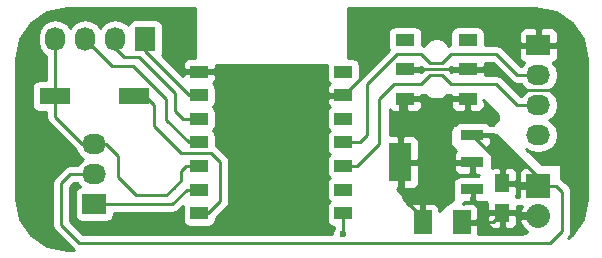
<source format=gtl>
G04 #@! TF.FileFunction,Copper,L1,Top,Signal*
%FSLAX46Y46*%
G04 Gerber Fmt 4.6, Leading zero omitted, Abs format (unit mm)*
G04 Created by KiCad (PCBNEW 0.201510170916+6271~30~ubuntu14.04.1-product) date Tue 27 Oct 2015 04:13:56 PM CET*
%MOMM*%
G01*
G04 APERTURE LIST*
%ADD10C,0.100000*%
%ADD11R,1.500000X1.000000*%
%ADD12R,1.250000X1.500000*%
%ADD13R,1.524000X2.032000*%
%ADD14R,2.032000X1.727200*%
%ADD15O,2.032000X1.727200*%
%ADD16R,1.727200X2.032000*%
%ADD17O,1.727200X2.032000*%
%ADD18R,2.032000X2.032000*%
%ADD19O,2.032000X2.032000*%
%ADD20R,2.650000X1.400000*%
%ADD21R,1.600000X1.000000*%
%ADD22R,1.900000X3.250000*%
%ADD23R,1.900000X0.950000*%
%ADD24C,0.600000*%
%ADD25C,0.250000*%
%ADD26C,0.254000*%
G04 APERTURE END LIST*
D10*
D11*
X166120000Y-86122000D03*
X166120000Y-84122000D03*
X166120000Y-82122000D03*
X166120000Y-80122000D03*
X166120000Y-78122000D03*
X166120000Y-76122000D03*
X166120000Y-74122000D03*
X153920000Y-74122000D03*
X153920000Y-76122000D03*
X153920000Y-78122000D03*
X153920000Y-80122000D03*
X153920000Y-82122000D03*
X153920000Y-84122000D03*
X153920000Y-86122000D03*
D12*
X179578000Y-83586000D03*
X179578000Y-86086000D03*
D13*
X172847000Y-86868000D03*
X176149000Y-86868000D03*
D14*
X182626000Y-71882000D03*
D15*
X182626000Y-74422000D03*
X182626000Y-76962000D03*
X182626000Y-79502000D03*
D16*
X149352000Y-71374000D03*
D17*
X146812000Y-71374000D03*
X144272000Y-71374000D03*
X141732000Y-71374000D03*
D14*
X145034000Y-85344000D03*
D15*
X145034000Y-82804000D03*
X145034000Y-80264000D03*
D18*
X182626000Y-83820000D03*
D19*
X182626000Y-86360000D03*
D20*
X141709000Y-76200000D03*
X148359000Y-76200000D03*
D21*
X176640000Y-76414000D03*
X176640000Y-73914000D03*
X176640000Y-71414000D03*
X171340000Y-71414000D03*
X171340000Y-73914000D03*
X171340000Y-76414000D03*
D22*
X170940000Y-81788000D03*
D23*
X177040000Y-84088000D03*
X177040000Y-81788000D03*
X177040000Y-79488000D03*
D24*
X166116000Y-87884000D03*
D25*
X176149000Y-86868000D02*
X178796000Y-86868000D01*
X178796000Y-86868000D02*
X179578000Y-86086000D01*
X166120000Y-86122000D02*
X166120000Y-87880000D01*
X166120000Y-87880000D02*
X166116000Y-87884000D01*
X151765000Y-83947000D02*
X152400000Y-83312000D01*
X152828000Y-82122000D02*
X153920000Y-82122000D01*
X152400000Y-82550000D02*
X152828000Y-82122000D01*
X152400000Y-83312000D02*
X152400000Y-82550000D01*
X147066000Y-81280000D02*
X146050000Y-80264000D01*
X147066000Y-83058000D02*
X147066000Y-81280000D01*
X148590000Y-84582000D02*
X147066000Y-83058000D01*
X151130000Y-84582000D02*
X148590000Y-84582000D01*
X151765000Y-83947000D02*
X151130000Y-84582000D01*
X146050000Y-80264000D02*
X145034000Y-80264000D01*
X141709000Y-76200000D02*
X141709000Y-71397000D01*
X141709000Y-71397000D02*
X141732000Y-71374000D01*
X145034000Y-80264000D02*
X144018000Y-80264000D01*
X144018000Y-80264000D02*
X141709000Y-77955000D01*
X141709000Y-77955000D02*
X141709000Y-76200000D01*
X141709000Y-71397000D02*
X141732000Y-71374000D01*
X140970000Y-76431000D02*
X141709000Y-75692000D01*
X140970000Y-76454000D02*
X140970000Y-76431000D01*
X140970000Y-76708000D02*
X140970000Y-76454000D01*
X141709000Y-71397000D02*
X141732000Y-71374000D01*
X177040000Y-84088000D02*
X177040000Y-84838000D01*
X178288000Y-86086000D02*
X179578000Y-86086000D01*
X177040000Y-84838000D02*
X178288000Y-86086000D01*
X179578000Y-86086000D02*
X182352000Y-86086000D01*
X182352000Y-86086000D02*
X182626000Y-86360000D01*
X178796000Y-86868000D02*
X179578000Y-86086000D01*
X174244000Y-74422000D02*
X174498000Y-74422000D01*
X174498000Y-74422000D02*
X175260000Y-75184000D01*
X172720000Y-75184000D02*
X171450000Y-75184000D01*
X175260000Y-75184000D02*
X179070000Y-75184000D01*
X179070000Y-75184000D02*
X180848000Y-76962000D01*
X182626000Y-76962000D02*
X180848000Y-76962000D01*
X167306000Y-82122000D02*
X169164000Y-80264000D01*
X169164000Y-80264000D02*
X169164000Y-77470000D01*
X167306000Y-82122000D02*
X166120000Y-82122000D01*
X170434000Y-75184000D02*
X169164000Y-76454000D01*
X169164000Y-76454000D02*
X169164000Y-77470000D01*
X171450000Y-75184000D02*
X170434000Y-75184000D01*
X174244000Y-74422000D02*
X173482000Y-74422000D01*
X173482000Y-74422000D02*
X172720000Y-75184000D01*
X174244000Y-73406000D02*
X174498000Y-73406000D01*
X174498000Y-73406000D02*
X175260000Y-72644000D01*
X173482000Y-73406000D02*
X172720000Y-72644000D01*
X174244000Y-73406000D02*
X173482000Y-73406000D01*
X166120000Y-80122000D02*
X167528000Y-80122000D01*
X168148000Y-75184000D02*
X170688000Y-72644000D01*
X168148000Y-79502000D02*
X168148000Y-75184000D01*
X167528000Y-80122000D02*
X168148000Y-79502000D01*
X182626000Y-74422000D02*
X180848000Y-74422000D01*
X179070000Y-72644000D02*
X175260000Y-72644000D01*
X172720000Y-72644000D02*
X170688000Y-72644000D01*
X179324000Y-72898000D02*
X179070000Y-72644000D01*
X179578000Y-73152000D02*
X179324000Y-72898000D01*
X180848000Y-74422000D02*
X179578000Y-73152000D01*
X171340000Y-73914000D02*
X176640000Y-73914000D01*
X176640000Y-73914000D02*
X179070000Y-73914000D01*
X179070000Y-73914000D02*
X180848000Y-75692000D01*
X180848000Y-75692000D02*
X183896000Y-75692000D01*
X183896000Y-75692000D02*
X184912000Y-74676000D01*
X184912000Y-74676000D02*
X184912000Y-72390000D01*
X184912000Y-72390000D02*
X184404000Y-71882000D01*
X184404000Y-71882000D02*
X182626000Y-71882000D01*
X166120000Y-76122000D02*
X166194000Y-76122000D01*
X166194000Y-76122000D02*
X168402000Y-73914000D01*
X169418000Y-69596000D02*
X174498000Y-69596000D01*
X168402000Y-70612000D02*
X169418000Y-69596000D01*
X168402000Y-73914000D02*
X168402000Y-70612000D01*
X182626000Y-71882000D02*
X180086000Y-71882000D01*
X177800000Y-69596000D02*
X174498000Y-69596000D01*
X180086000Y-71882000D02*
X177800000Y-69596000D01*
X166120000Y-76122000D02*
X161974000Y-76122000D01*
X159974000Y-74122000D02*
X153920000Y-74122000D01*
X161974000Y-76122000D02*
X159974000Y-74122000D01*
X153920000Y-76122000D02*
X153084000Y-76122000D01*
X153084000Y-76122000D02*
X149352000Y-72390000D01*
X149352000Y-72390000D02*
X149352000Y-71374000D01*
X153920000Y-78122000D02*
X152544000Y-78122000D01*
X147574000Y-72898000D02*
X146812000Y-72136000D01*
X148844000Y-72898000D02*
X147574000Y-72898000D01*
X151892000Y-75946000D02*
X148844000Y-72898000D01*
X151892000Y-77470000D02*
X151892000Y-75946000D01*
X152544000Y-78122000D02*
X151892000Y-77470000D01*
X146812000Y-72136000D02*
X146812000Y-71374000D01*
X153920000Y-78122000D02*
X153560000Y-78122000D01*
X153920000Y-78122000D02*
X153920000Y-77974000D01*
X153920000Y-80122000D02*
X153020000Y-80122000D01*
X146558000Y-73660000D02*
X144272000Y-71374000D01*
X148336000Y-73660000D02*
X146558000Y-73660000D01*
X151130000Y-76454000D02*
X148336000Y-73660000D01*
X151130000Y-78232000D02*
X151130000Y-76454000D01*
X153020000Y-80122000D02*
X151130000Y-78232000D01*
X145034000Y-85344000D02*
X151638000Y-85344000D01*
X152860000Y-84122000D02*
X153920000Y-84122000D01*
X151638000Y-85344000D02*
X152860000Y-84122000D01*
X153920000Y-86122000D02*
X154670000Y-86122000D01*
X154670000Y-86122000D02*
X155702000Y-85090000D01*
X155702000Y-85090000D02*
X155702000Y-81788000D01*
X155702000Y-81788000D02*
X154940000Y-81026000D01*
X154940000Y-81026000D02*
X152400000Y-81026000D01*
X152400000Y-81026000D02*
X150114000Y-78740000D01*
X150114000Y-78740000D02*
X150114000Y-76962000D01*
X150114000Y-76962000D02*
X149352000Y-76200000D01*
X149352000Y-76200000D02*
X148359000Y-76200000D01*
X145034000Y-82804000D02*
X143002000Y-82804000D01*
X142240000Y-87122000D02*
X143764000Y-88646000D01*
X142240000Y-83566000D02*
X142240000Y-87122000D01*
X143002000Y-82804000D02*
X142240000Y-83566000D01*
X184150000Y-83820000D02*
X182626000Y-83820000D01*
X184658000Y-84328000D02*
X184150000Y-83820000D01*
X184658000Y-87630000D02*
X184658000Y-84328000D01*
X183642000Y-88646000D02*
X184658000Y-87630000D01*
X143764000Y-88646000D02*
X183642000Y-88646000D01*
X179578000Y-83586000D02*
X182392000Y-83586000D01*
X182392000Y-83586000D02*
X182626000Y-83820000D01*
X179578000Y-83586000D02*
X179578000Y-82026000D01*
X179578000Y-82026000D02*
X177040000Y-79488000D01*
X182626000Y-83820000D02*
X182626000Y-83058000D01*
X182626000Y-83058000D02*
X179056000Y-79488000D01*
X179056000Y-79488000D02*
X177040000Y-79488000D01*
X172847000Y-86868000D02*
X172847000Y-86487000D01*
X172847000Y-86487000D02*
X171196000Y-84836000D01*
X171196000Y-84836000D02*
X171196000Y-82044000D01*
X171196000Y-82044000D02*
X170940000Y-81788000D01*
X171340000Y-76414000D02*
X176640000Y-76414000D01*
X170940000Y-81788000D02*
X170940000Y-76814000D01*
X170940000Y-76814000D02*
X171340000Y-76414000D01*
X173736000Y-81534000D02*
X173990000Y-81788000D01*
X173482000Y-81788000D02*
X173736000Y-81534000D01*
X173736000Y-81534000D02*
X173736000Y-81788000D01*
X172847000Y-86868000D02*
X172847000Y-86233000D01*
X177040000Y-81788000D02*
X173990000Y-81788000D01*
X173990000Y-81788000D02*
X173736000Y-81788000D01*
X173736000Y-81788000D02*
X173482000Y-81788000D01*
X173482000Y-81788000D02*
X170940000Y-81788000D01*
X176490000Y-76564000D02*
X176490000Y-76748000D01*
D26*
G36*
X153543000Y-72987000D02*
X153043691Y-72987000D01*
X152810302Y-73083673D01*
X152631673Y-73262301D01*
X152535000Y-73495690D01*
X152535000Y-73836250D01*
X152693750Y-73995000D01*
X153793000Y-73995000D01*
X153793000Y-73975000D01*
X154047000Y-73975000D01*
X154047000Y-73995000D01*
X155146250Y-73995000D01*
X155305000Y-73836250D01*
X155305000Y-73533000D01*
X164740583Y-73533000D01*
X164722560Y-73622000D01*
X164722560Y-74622000D01*
X164766838Y-74857317D01*
X164905910Y-75073441D01*
X164974006Y-75119969D01*
X164831673Y-75262301D01*
X164735000Y-75495690D01*
X164735000Y-75836250D01*
X164893750Y-75995000D01*
X165993000Y-75995000D01*
X165993000Y-75975000D01*
X166247000Y-75975000D01*
X166247000Y-75995000D01*
X166267000Y-75995000D01*
X166267000Y-76249000D01*
X166247000Y-76249000D01*
X166247000Y-76269000D01*
X165993000Y-76269000D01*
X165993000Y-76249000D01*
X164893750Y-76249000D01*
X164735000Y-76407750D01*
X164735000Y-76748310D01*
X164831673Y-76981699D01*
X164972911Y-77122936D01*
X164918559Y-77157910D01*
X164773569Y-77370110D01*
X164722560Y-77622000D01*
X164722560Y-78622000D01*
X164766838Y-78857317D01*
X164905910Y-79073441D01*
X164975711Y-79121134D01*
X164918559Y-79157910D01*
X164773569Y-79370110D01*
X164722560Y-79622000D01*
X164722560Y-80622000D01*
X164766838Y-80857317D01*
X164905910Y-81073441D01*
X164975711Y-81121134D01*
X164918559Y-81157910D01*
X164773569Y-81370110D01*
X164722560Y-81622000D01*
X164722560Y-82622000D01*
X164766838Y-82857317D01*
X164905910Y-83073441D01*
X164975711Y-83121134D01*
X164918559Y-83157910D01*
X164773569Y-83370110D01*
X164722560Y-83622000D01*
X164722560Y-84622000D01*
X164766838Y-84857317D01*
X164905910Y-85073441D01*
X164975711Y-85121134D01*
X164918559Y-85157910D01*
X164773569Y-85370110D01*
X164722560Y-85622000D01*
X164722560Y-86622000D01*
X164766838Y-86857317D01*
X164905910Y-87073441D01*
X165118110Y-87218431D01*
X165360000Y-87267415D01*
X165360000Y-87317544D01*
X165323808Y-87353673D01*
X165181162Y-87697201D01*
X165180998Y-87886000D01*
X144078802Y-87886000D01*
X143000000Y-86807198D01*
X143000000Y-83880802D01*
X143316802Y-83564000D01*
X143589352Y-83564000D01*
X143789585Y-83863670D01*
X143803913Y-83873243D01*
X143782683Y-83877238D01*
X143566559Y-84016310D01*
X143421569Y-84228510D01*
X143370560Y-84480400D01*
X143370560Y-86207600D01*
X143414838Y-86442917D01*
X143553910Y-86659041D01*
X143766110Y-86804031D01*
X144018000Y-86855040D01*
X146050000Y-86855040D01*
X146285317Y-86810762D01*
X146501441Y-86671690D01*
X146646431Y-86459490D01*
X146697440Y-86207600D01*
X146697440Y-86104000D01*
X151638000Y-86104000D01*
X151928839Y-86046148D01*
X152175401Y-85881401D01*
X152544844Y-85511958D01*
X152522560Y-85622000D01*
X152522560Y-86622000D01*
X152566838Y-86857317D01*
X152705910Y-87073441D01*
X152918110Y-87218431D01*
X153170000Y-87269440D01*
X154670000Y-87269440D01*
X154905317Y-87225162D01*
X155121441Y-87086090D01*
X155266431Y-86873890D01*
X155317440Y-86622000D01*
X155317440Y-86549362D01*
X156239401Y-85627401D01*
X156404148Y-85380840D01*
X156462000Y-85090000D01*
X156462000Y-81788000D01*
X156404148Y-81497161D01*
X156239401Y-81250599D01*
X155477401Y-80488599D01*
X155317440Y-80381717D01*
X155317440Y-79622000D01*
X155273162Y-79386683D01*
X155134090Y-79170559D01*
X155064289Y-79122866D01*
X155121441Y-79086090D01*
X155266431Y-78873890D01*
X155317440Y-78622000D01*
X155317440Y-77622000D01*
X155273162Y-77386683D01*
X155134090Y-77170559D01*
X155064289Y-77122866D01*
X155121441Y-77086090D01*
X155266431Y-76873890D01*
X155317440Y-76622000D01*
X155317440Y-75622000D01*
X155273162Y-75386683D01*
X155134090Y-75170559D01*
X155065994Y-75124031D01*
X155208327Y-74981699D01*
X155305000Y-74748310D01*
X155305000Y-74407750D01*
X155146250Y-74249000D01*
X154047000Y-74249000D01*
X154047000Y-74269000D01*
X153793000Y-74269000D01*
X153793000Y-74249000D01*
X152693750Y-74249000D01*
X152535000Y-74407750D01*
X152535000Y-74498198D01*
X150757906Y-72721104D01*
X150812031Y-72641890D01*
X150863040Y-72390000D01*
X150863040Y-70358000D01*
X150818762Y-70122683D01*
X150679690Y-69906559D01*
X150467490Y-69761569D01*
X150215600Y-69710560D01*
X148488400Y-69710560D01*
X148253083Y-69754838D01*
X148036959Y-69893910D01*
X147891969Y-70106110D01*
X147883600Y-70147439D01*
X147871670Y-70129585D01*
X147385489Y-69804729D01*
X146812000Y-69690655D01*
X146238511Y-69804729D01*
X145752330Y-70129585D01*
X145542000Y-70444366D01*
X145331670Y-70129585D01*
X144845489Y-69804729D01*
X144272000Y-69690655D01*
X143698511Y-69804729D01*
X143212330Y-70129585D01*
X143002000Y-70444366D01*
X142791670Y-70129585D01*
X142305489Y-69804729D01*
X141732000Y-69690655D01*
X141158511Y-69804729D01*
X140672330Y-70129585D01*
X140347474Y-70615766D01*
X140233400Y-71189255D01*
X140233400Y-71558745D01*
X140347474Y-72132234D01*
X140672330Y-72618415D01*
X140949000Y-72803280D01*
X140949000Y-74852560D01*
X140384000Y-74852560D01*
X140148683Y-74896838D01*
X139932559Y-75035910D01*
X139787569Y-75248110D01*
X139736560Y-75500000D01*
X139736560Y-76900000D01*
X139780838Y-77135317D01*
X139919910Y-77351441D01*
X140132110Y-77496431D01*
X140384000Y-77547440D01*
X140949000Y-77547440D01*
X140949000Y-77955000D01*
X141006852Y-78245839D01*
X141171599Y-78492401D01*
X143451828Y-80772630D01*
X143464729Y-80837489D01*
X143789585Y-81323670D01*
X144104366Y-81534000D01*
X143789585Y-81744330D01*
X143589352Y-82044000D01*
X143002000Y-82044000D01*
X142711161Y-82101852D01*
X142464599Y-82266599D01*
X141702599Y-83028599D01*
X141537852Y-83275161D01*
X141480000Y-83566000D01*
X141480000Y-87122000D01*
X141537852Y-87412839D01*
X141702599Y-87659401D01*
X143226599Y-89183401D01*
X143339741Y-89259000D01*
X142732390Y-89259000D01*
X141033366Y-88921043D01*
X139654371Y-87999629D01*
X138732957Y-86620634D01*
X138395000Y-84921610D01*
X138395000Y-73066390D01*
X138732957Y-71367366D01*
X139654371Y-69988371D01*
X141033366Y-69066957D01*
X142732390Y-68729000D01*
X153543000Y-68729000D01*
X153543000Y-72987000D01*
X153543000Y-72987000D01*
G37*
X153543000Y-72987000D02*
X153043691Y-72987000D01*
X152810302Y-73083673D01*
X152631673Y-73262301D01*
X152535000Y-73495690D01*
X152535000Y-73836250D01*
X152693750Y-73995000D01*
X153793000Y-73995000D01*
X153793000Y-73975000D01*
X154047000Y-73975000D01*
X154047000Y-73995000D01*
X155146250Y-73995000D01*
X155305000Y-73836250D01*
X155305000Y-73533000D01*
X164740583Y-73533000D01*
X164722560Y-73622000D01*
X164722560Y-74622000D01*
X164766838Y-74857317D01*
X164905910Y-75073441D01*
X164974006Y-75119969D01*
X164831673Y-75262301D01*
X164735000Y-75495690D01*
X164735000Y-75836250D01*
X164893750Y-75995000D01*
X165993000Y-75995000D01*
X165993000Y-75975000D01*
X166247000Y-75975000D01*
X166247000Y-75995000D01*
X166267000Y-75995000D01*
X166267000Y-76249000D01*
X166247000Y-76249000D01*
X166247000Y-76269000D01*
X165993000Y-76269000D01*
X165993000Y-76249000D01*
X164893750Y-76249000D01*
X164735000Y-76407750D01*
X164735000Y-76748310D01*
X164831673Y-76981699D01*
X164972911Y-77122936D01*
X164918559Y-77157910D01*
X164773569Y-77370110D01*
X164722560Y-77622000D01*
X164722560Y-78622000D01*
X164766838Y-78857317D01*
X164905910Y-79073441D01*
X164975711Y-79121134D01*
X164918559Y-79157910D01*
X164773569Y-79370110D01*
X164722560Y-79622000D01*
X164722560Y-80622000D01*
X164766838Y-80857317D01*
X164905910Y-81073441D01*
X164975711Y-81121134D01*
X164918559Y-81157910D01*
X164773569Y-81370110D01*
X164722560Y-81622000D01*
X164722560Y-82622000D01*
X164766838Y-82857317D01*
X164905910Y-83073441D01*
X164975711Y-83121134D01*
X164918559Y-83157910D01*
X164773569Y-83370110D01*
X164722560Y-83622000D01*
X164722560Y-84622000D01*
X164766838Y-84857317D01*
X164905910Y-85073441D01*
X164975711Y-85121134D01*
X164918559Y-85157910D01*
X164773569Y-85370110D01*
X164722560Y-85622000D01*
X164722560Y-86622000D01*
X164766838Y-86857317D01*
X164905910Y-87073441D01*
X165118110Y-87218431D01*
X165360000Y-87267415D01*
X165360000Y-87317544D01*
X165323808Y-87353673D01*
X165181162Y-87697201D01*
X165180998Y-87886000D01*
X144078802Y-87886000D01*
X143000000Y-86807198D01*
X143000000Y-83880802D01*
X143316802Y-83564000D01*
X143589352Y-83564000D01*
X143789585Y-83863670D01*
X143803913Y-83873243D01*
X143782683Y-83877238D01*
X143566559Y-84016310D01*
X143421569Y-84228510D01*
X143370560Y-84480400D01*
X143370560Y-86207600D01*
X143414838Y-86442917D01*
X143553910Y-86659041D01*
X143766110Y-86804031D01*
X144018000Y-86855040D01*
X146050000Y-86855040D01*
X146285317Y-86810762D01*
X146501441Y-86671690D01*
X146646431Y-86459490D01*
X146697440Y-86207600D01*
X146697440Y-86104000D01*
X151638000Y-86104000D01*
X151928839Y-86046148D01*
X152175401Y-85881401D01*
X152544844Y-85511958D01*
X152522560Y-85622000D01*
X152522560Y-86622000D01*
X152566838Y-86857317D01*
X152705910Y-87073441D01*
X152918110Y-87218431D01*
X153170000Y-87269440D01*
X154670000Y-87269440D01*
X154905317Y-87225162D01*
X155121441Y-87086090D01*
X155266431Y-86873890D01*
X155317440Y-86622000D01*
X155317440Y-86549362D01*
X156239401Y-85627401D01*
X156404148Y-85380840D01*
X156462000Y-85090000D01*
X156462000Y-81788000D01*
X156404148Y-81497161D01*
X156239401Y-81250599D01*
X155477401Y-80488599D01*
X155317440Y-80381717D01*
X155317440Y-79622000D01*
X155273162Y-79386683D01*
X155134090Y-79170559D01*
X155064289Y-79122866D01*
X155121441Y-79086090D01*
X155266431Y-78873890D01*
X155317440Y-78622000D01*
X155317440Y-77622000D01*
X155273162Y-77386683D01*
X155134090Y-77170559D01*
X155064289Y-77122866D01*
X155121441Y-77086090D01*
X155266431Y-76873890D01*
X155317440Y-76622000D01*
X155317440Y-75622000D01*
X155273162Y-75386683D01*
X155134090Y-75170559D01*
X155065994Y-75124031D01*
X155208327Y-74981699D01*
X155305000Y-74748310D01*
X155305000Y-74407750D01*
X155146250Y-74249000D01*
X154047000Y-74249000D01*
X154047000Y-74269000D01*
X153793000Y-74269000D01*
X153793000Y-74249000D01*
X152693750Y-74249000D01*
X152535000Y-74407750D01*
X152535000Y-74498198D01*
X150757906Y-72721104D01*
X150812031Y-72641890D01*
X150863040Y-72390000D01*
X150863040Y-70358000D01*
X150818762Y-70122683D01*
X150679690Y-69906559D01*
X150467490Y-69761569D01*
X150215600Y-69710560D01*
X148488400Y-69710560D01*
X148253083Y-69754838D01*
X148036959Y-69893910D01*
X147891969Y-70106110D01*
X147883600Y-70147439D01*
X147871670Y-70129585D01*
X147385489Y-69804729D01*
X146812000Y-69690655D01*
X146238511Y-69804729D01*
X145752330Y-70129585D01*
X145542000Y-70444366D01*
X145331670Y-70129585D01*
X144845489Y-69804729D01*
X144272000Y-69690655D01*
X143698511Y-69804729D01*
X143212330Y-70129585D01*
X143002000Y-70444366D01*
X142791670Y-70129585D01*
X142305489Y-69804729D01*
X141732000Y-69690655D01*
X141158511Y-69804729D01*
X140672330Y-70129585D01*
X140347474Y-70615766D01*
X140233400Y-71189255D01*
X140233400Y-71558745D01*
X140347474Y-72132234D01*
X140672330Y-72618415D01*
X140949000Y-72803280D01*
X140949000Y-74852560D01*
X140384000Y-74852560D01*
X140148683Y-74896838D01*
X139932559Y-75035910D01*
X139787569Y-75248110D01*
X139736560Y-75500000D01*
X139736560Y-76900000D01*
X139780838Y-77135317D01*
X139919910Y-77351441D01*
X140132110Y-77496431D01*
X140384000Y-77547440D01*
X140949000Y-77547440D01*
X140949000Y-77955000D01*
X141006852Y-78245839D01*
X141171599Y-78492401D01*
X143451828Y-80772630D01*
X143464729Y-80837489D01*
X143789585Y-81323670D01*
X144104366Y-81534000D01*
X143789585Y-81744330D01*
X143589352Y-82044000D01*
X143002000Y-82044000D01*
X142711161Y-82101852D01*
X142464599Y-82266599D01*
X141702599Y-83028599D01*
X141537852Y-83275161D01*
X141480000Y-83566000D01*
X141480000Y-87122000D01*
X141537852Y-87412839D01*
X141702599Y-87659401D01*
X143226599Y-89183401D01*
X143339741Y-89259000D01*
X142732390Y-89259000D01*
X141033366Y-88921043D01*
X139654371Y-87999629D01*
X138732957Y-86620634D01*
X138395000Y-84921610D01*
X138395000Y-73066390D01*
X138732957Y-71367366D01*
X139654371Y-69988371D01*
X141033366Y-69066957D01*
X142732390Y-68729000D01*
X153543000Y-68729000D01*
X153543000Y-72987000D01*
G36*
X184086634Y-69066957D02*
X185465629Y-69988371D01*
X186387043Y-71367366D01*
X186725000Y-73066390D01*
X186725000Y-84921610D01*
X186387043Y-86620634D01*
X185465629Y-87999629D01*
X185156862Y-88205940D01*
X185195401Y-88167401D01*
X185360148Y-87920839D01*
X185418000Y-87630000D01*
X185418000Y-84328000D01*
X185360148Y-84037161D01*
X185293000Y-83936667D01*
X185293000Y-83820000D01*
X185282994Y-83770590D01*
X185236447Y-83714330D01*
X184884502Y-83479700D01*
X184687401Y-83282599D01*
X184531000Y-83178095D01*
X184531000Y-82042000D01*
X184520994Y-81992590D01*
X184492553Y-81950965D01*
X184450159Y-81923685D01*
X184404000Y-81915000D01*
X182929098Y-81915000D01*
X181603658Y-80710055D01*
X181867766Y-80886526D01*
X182441255Y-81000600D01*
X182810745Y-81000600D01*
X183384234Y-80886526D01*
X183870415Y-80561670D01*
X184195271Y-80075489D01*
X184309345Y-79502000D01*
X184195271Y-78928511D01*
X183870415Y-78442330D01*
X183555634Y-78232000D01*
X183870415Y-78021670D01*
X184195271Y-77535489D01*
X184309345Y-76962000D01*
X184195271Y-76388511D01*
X183870415Y-75902330D01*
X183555634Y-75692000D01*
X183870415Y-75481670D01*
X184195271Y-74995489D01*
X184309345Y-74422000D01*
X184195271Y-73848511D01*
X183870415Y-73362330D01*
X183848220Y-73347500D01*
X184001698Y-73283927D01*
X184180327Y-73105299D01*
X184277000Y-72871910D01*
X184277000Y-72167750D01*
X184118250Y-72009000D01*
X182753000Y-72009000D01*
X182753000Y-72029000D01*
X182499000Y-72029000D01*
X182499000Y-72009000D01*
X181133750Y-72009000D01*
X180975000Y-72167750D01*
X180975000Y-72871910D01*
X181071673Y-73105299D01*
X181250302Y-73283927D01*
X181403780Y-73347500D01*
X181381585Y-73362330D01*
X181181352Y-73662000D01*
X181162802Y-73662000D01*
X179607401Y-72106599D01*
X179360839Y-71941852D01*
X179070000Y-71884000D01*
X178087440Y-71884000D01*
X178087440Y-70914000D01*
X178083318Y-70892090D01*
X180975000Y-70892090D01*
X180975000Y-71596250D01*
X181133750Y-71755000D01*
X182499000Y-71755000D01*
X182499000Y-70542150D01*
X182753000Y-70542150D01*
X182753000Y-71755000D01*
X184118250Y-71755000D01*
X184277000Y-71596250D01*
X184277000Y-70892090D01*
X184180327Y-70658701D01*
X184001698Y-70480073D01*
X183768309Y-70383400D01*
X182911750Y-70383400D01*
X182753000Y-70542150D01*
X182499000Y-70542150D01*
X182340250Y-70383400D01*
X181483691Y-70383400D01*
X181250302Y-70480073D01*
X181071673Y-70658701D01*
X180975000Y-70892090D01*
X178083318Y-70892090D01*
X178043162Y-70678683D01*
X177904090Y-70462559D01*
X177691890Y-70317569D01*
X177440000Y-70266560D01*
X175840000Y-70266560D01*
X175604683Y-70310838D01*
X175388559Y-70449910D01*
X175243569Y-70662110D01*
X175192560Y-70914000D01*
X175192560Y-71897415D01*
X175018896Y-71931959D01*
X174952767Y-71771914D01*
X174633765Y-71452355D01*
X174216756Y-71279197D01*
X173765225Y-71278803D01*
X173347914Y-71451233D01*
X173028355Y-71770235D01*
X172961194Y-71931977D01*
X172787440Y-71897415D01*
X172787440Y-70914000D01*
X172743162Y-70678683D01*
X172604090Y-70462559D01*
X172391890Y-70317569D01*
X172140000Y-70266560D01*
X170540000Y-70266560D01*
X170304683Y-70310838D01*
X170088559Y-70449910D01*
X169943569Y-70662110D01*
X169892560Y-70914000D01*
X169892560Y-71914000D01*
X169936838Y-72149317D01*
X170003807Y-72253391D01*
X167610599Y-74646599D01*
X167469781Y-74857349D01*
X167517440Y-74622000D01*
X167517440Y-73622000D01*
X167473162Y-73386683D01*
X167334090Y-73170559D01*
X167121890Y-73025569D01*
X166870000Y-72974560D01*
X166497000Y-72974560D01*
X166497000Y-68729000D01*
X182387610Y-68729000D01*
X184086634Y-69066957D01*
X184086634Y-69066957D01*
G37*
X184086634Y-69066957D02*
X185465629Y-69988371D01*
X186387043Y-71367366D01*
X186725000Y-73066390D01*
X186725000Y-84921610D01*
X186387043Y-86620634D01*
X185465629Y-87999629D01*
X185156862Y-88205940D01*
X185195401Y-88167401D01*
X185360148Y-87920839D01*
X185418000Y-87630000D01*
X185418000Y-84328000D01*
X185360148Y-84037161D01*
X185293000Y-83936667D01*
X185293000Y-83820000D01*
X185282994Y-83770590D01*
X185236447Y-83714330D01*
X184884502Y-83479700D01*
X184687401Y-83282599D01*
X184531000Y-83178095D01*
X184531000Y-82042000D01*
X184520994Y-81992590D01*
X184492553Y-81950965D01*
X184450159Y-81923685D01*
X184404000Y-81915000D01*
X182929098Y-81915000D01*
X181603658Y-80710055D01*
X181867766Y-80886526D01*
X182441255Y-81000600D01*
X182810745Y-81000600D01*
X183384234Y-80886526D01*
X183870415Y-80561670D01*
X184195271Y-80075489D01*
X184309345Y-79502000D01*
X184195271Y-78928511D01*
X183870415Y-78442330D01*
X183555634Y-78232000D01*
X183870415Y-78021670D01*
X184195271Y-77535489D01*
X184309345Y-76962000D01*
X184195271Y-76388511D01*
X183870415Y-75902330D01*
X183555634Y-75692000D01*
X183870415Y-75481670D01*
X184195271Y-74995489D01*
X184309345Y-74422000D01*
X184195271Y-73848511D01*
X183870415Y-73362330D01*
X183848220Y-73347500D01*
X184001698Y-73283927D01*
X184180327Y-73105299D01*
X184277000Y-72871910D01*
X184277000Y-72167750D01*
X184118250Y-72009000D01*
X182753000Y-72009000D01*
X182753000Y-72029000D01*
X182499000Y-72029000D01*
X182499000Y-72009000D01*
X181133750Y-72009000D01*
X180975000Y-72167750D01*
X180975000Y-72871910D01*
X181071673Y-73105299D01*
X181250302Y-73283927D01*
X181403780Y-73347500D01*
X181381585Y-73362330D01*
X181181352Y-73662000D01*
X181162802Y-73662000D01*
X179607401Y-72106599D01*
X179360839Y-71941852D01*
X179070000Y-71884000D01*
X178087440Y-71884000D01*
X178087440Y-70914000D01*
X178083318Y-70892090D01*
X180975000Y-70892090D01*
X180975000Y-71596250D01*
X181133750Y-71755000D01*
X182499000Y-71755000D01*
X182499000Y-70542150D01*
X182753000Y-70542150D01*
X182753000Y-71755000D01*
X184118250Y-71755000D01*
X184277000Y-71596250D01*
X184277000Y-70892090D01*
X184180327Y-70658701D01*
X184001698Y-70480073D01*
X183768309Y-70383400D01*
X182911750Y-70383400D01*
X182753000Y-70542150D01*
X182499000Y-70542150D01*
X182340250Y-70383400D01*
X181483691Y-70383400D01*
X181250302Y-70480073D01*
X181071673Y-70658701D01*
X180975000Y-70892090D01*
X178083318Y-70892090D01*
X178043162Y-70678683D01*
X177904090Y-70462559D01*
X177691890Y-70317569D01*
X177440000Y-70266560D01*
X175840000Y-70266560D01*
X175604683Y-70310838D01*
X175388559Y-70449910D01*
X175243569Y-70662110D01*
X175192560Y-70914000D01*
X175192560Y-71897415D01*
X175018896Y-71931959D01*
X174952767Y-71771914D01*
X174633765Y-71452355D01*
X174216756Y-71279197D01*
X173765225Y-71278803D01*
X173347914Y-71451233D01*
X173028355Y-71770235D01*
X172961194Y-71931977D01*
X172787440Y-71897415D01*
X172787440Y-70914000D01*
X172743162Y-70678683D01*
X172604090Y-70462559D01*
X172391890Y-70317569D01*
X172140000Y-70266560D01*
X170540000Y-70266560D01*
X170304683Y-70310838D01*
X170088559Y-70449910D01*
X169943569Y-70662110D01*
X169892560Y-70914000D01*
X169892560Y-71914000D01*
X169936838Y-72149317D01*
X170003807Y-72253391D01*
X167610599Y-74646599D01*
X167469781Y-74857349D01*
X167517440Y-74622000D01*
X167517440Y-73622000D01*
X167473162Y-73386683D01*
X167334090Y-73170559D01*
X167121890Y-73025569D01*
X166870000Y-72974560D01*
X166497000Y-72974560D01*
X166497000Y-68729000D01*
X182387610Y-68729000D01*
X184086634Y-69066957D01*
G36*
X180310599Y-74959401D02*
X180557160Y-75124148D01*
X180848000Y-75182000D01*
X181181352Y-75182000D01*
X181381585Y-75481670D01*
X181696366Y-75692000D01*
X181381585Y-75902330D01*
X181181352Y-76202000D01*
X181162802Y-76202000D01*
X179607401Y-74646599D01*
X179360839Y-74481852D01*
X179070000Y-74424000D01*
X178075000Y-74424000D01*
X178075000Y-74199750D01*
X177916250Y-74041000D01*
X176767000Y-74041000D01*
X176767000Y-74061000D01*
X176513000Y-74061000D01*
X176513000Y-74041000D01*
X175363750Y-74041000D01*
X175277776Y-74126974D01*
X175064802Y-73914000D01*
X175277776Y-73701026D01*
X175363750Y-73787000D01*
X176513000Y-73787000D01*
X176513000Y-73767000D01*
X176767000Y-73767000D01*
X176767000Y-73787000D01*
X177916250Y-73787000D01*
X178075000Y-73628250D01*
X178075000Y-73404000D01*
X178755198Y-73404000D01*
X180310599Y-74959401D01*
X180310599Y-74959401D01*
G37*
X180310599Y-74959401D02*
X180557160Y-75124148D01*
X180848000Y-75182000D01*
X181181352Y-75182000D01*
X181381585Y-75481670D01*
X181696366Y-75692000D01*
X181381585Y-75902330D01*
X181181352Y-76202000D01*
X181162802Y-76202000D01*
X179607401Y-74646599D01*
X179360839Y-74481852D01*
X179070000Y-74424000D01*
X178075000Y-74424000D01*
X178075000Y-74199750D01*
X177916250Y-74041000D01*
X176767000Y-74041000D01*
X176767000Y-74061000D01*
X176513000Y-74061000D01*
X176513000Y-74041000D01*
X175363750Y-74041000D01*
X175277776Y-74126974D01*
X175064802Y-73914000D01*
X175277776Y-73701026D01*
X175363750Y-73787000D01*
X176513000Y-73787000D01*
X176513000Y-73767000D01*
X176767000Y-73767000D01*
X176767000Y-73787000D01*
X177916250Y-73787000D01*
X178075000Y-73628250D01*
X178075000Y-73404000D01*
X178755198Y-73404000D01*
X180310599Y-74959401D01*
G36*
X172915198Y-73914000D02*
X172702224Y-74126974D01*
X172616250Y-74041000D01*
X171467000Y-74041000D01*
X171467000Y-74061000D01*
X171213000Y-74061000D01*
X171213000Y-74041000D01*
X171193000Y-74041000D01*
X171193000Y-73787000D01*
X171213000Y-73787000D01*
X171213000Y-73767000D01*
X171467000Y-73767000D01*
X171467000Y-73787000D01*
X172616250Y-73787000D01*
X172702224Y-73701026D01*
X172915198Y-73914000D01*
X172915198Y-73914000D01*
G37*
X172915198Y-73914000D02*
X172702224Y-74126974D01*
X172616250Y-74041000D01*
X171467000Y-74041000D01*
X171467000Y-74061000D01*
X171213000Y-74061000D01*
X171213000Y-74041000D01*
X171193000Y-74041000D01*
X171193000Y-73787000D01*
X171213000Y-73787000D01*
X171213000Y-73767000D01*
X171467000Y-73767000D01*
X171467000Y-73787000D01*
X172616250Y-73787000D01*
X172702224Y-73701026D01*
X172915198Y-73914000D01*
G36*
X173346235Y-76375645D02*
X173763244Y-76548803D01*
X174214775Y-76549197D01*
X174632086Y-76376767D01*
X174936383Y-76073000D01*
X175205000Y-76073000D01*
X175205000Y-76128250D01*
X175363750Y-76287000D01*
X176513000Y-76287000D01*
X176513000Y-76267000D01*
X176767000Y-76267000D01*
X176767000Y-76287000D01*
X176787000Y-76287000D01*
X176787000Y-76541000D01*
X176767000Y-76541000D01*
X176767000Y-77390250D01*
X176925750Y-77549000D01*
X177566310Y-77549000D01*
X177799699Y-77452327D01*
X177978327Y-77273698D01*
X178075000Y-77040309D01*
X178075000Y-76699750D01*
X177916252Y-76541002D01*
X177961396Y-76541002D01*
X179197000Y-77776606D01*
X179197000Y-78179394D01*
X178763394Y-78613000D01*
X178487191Y-78613000D01*
X178454090Y-78561559D01*
X178241890Y-78416569D01*
X177990000Y-78365560D01*
X176090000Y-78365560D01*
X175854683Y-78409838D01*
X175638559Y-78548910D01*
X175594768Y-78613000D01*
X175514000Y-78613000D01*
X175464590Y-78623006D01*
X175422965Y-78651447D01*
X175400408Y-78683204D01*
X175146408Y-79191204D01*
X175133000Y-79248000D01*
X175133000Y-80264000D01*
X175143006Y-80313410D01*
X175170197Y-80353803D01*
X175660684Y-80844290D01*
X175551673Y-80953302D01*
X175455000Y-81186691D01*
X175455000Y-81502250D01*
X175613750Y-81661000D01*
X176913000Y-81661000D01*
X176913000Y-81641000D01*
X177167000Y-81641000D01*
X177167000Y-81661000D01*
X177187000Y-81661000D01*
X177187000Y-81915000D01*
X177167000Y-81915000D01*
X177167000Y-82739250D01*
X177325750Y-82898000D01*
X177582020Y-82898000D01*
X177516020Y-82931000D01*
X176022000Y-82931000D01*
X175965204Y-82944408D01*
X175457204Y-83198408D01*
X175417485Y-83229454D01*
X175392974Y-83273507D01*
X175387000Y-83312000D01*
X175387000Y-85022032D01*
X174681553Y-85492330D01*
X174662197Y-85508197D01*
X174244000Y-85926394D01*
X174244000Y-85725690D01*
X174147327Y-85492301D01*
X173968698Y-85313673D01*
X173735309Y-85217000D01*
X173132750Y-85217000D01*
X172974000Y-85375750D01*
X172974000Y-86741000D01*
X172994000Y-86741000D01*
X172994000Y-86995000D01*
X172974000Y-86995000D01*
X172974000Y-87015000D01*
X172720000Y-87015000D01*
X172720000Y-86995000D01*
X172700000Y-86995000D01*
X172700000Y-86741000D01*
X172720000Y-86741000D01*
X172720000Y-85375750D01*
X172561250Y-85217000D01*
X171958691Y-85217000D01*
X171725302Y-85313673D01*
X171587350Y-85451624D01*
X171587370Y-85429185D01*
X171263020Y-84644200D01*
X170662959Y-84043091D01*
X170660274Y-84041976D01*
X170813000Y-83889250D01*
X170813000Y-81915000D01*
X171067000Y-81915000D01*
X171067000Y-83889250D01*
X171225750Y-84048000D01*
X172016310Y-84048000D01*
X172249699Y-83951327D01*
X172428327Y-83772698D01*
X172525000Y-83539309D01*
X172525000Y-82073750D01*
X175455000Y-82073750D01*
X175455000Y-82389309D01*
X175551673Y-82622698D01*
X175730301Y-82801327D01*
X175963690Y-82898000D01*
X176754250Y-82898000D01*
X176913000Y-82739250D01*
X176913000Y-81915000D01*
X175613750Y-81915000D01*
X175455000Y-82073750D01*
X172525000Y-82073750D01*
X172366250Y-81915000D01*
X171067000Y-81915000D01*
X170813000Y-81915000D01*
X170793000Y-81915000D01*
X170793000Y-81661000D01*
X170813000Y-81661000D01*
X170813000Y-79686750D01*
X171067000Y-79686750D01*
X171067000Y-81661000D01*
X172366250Y-81661000D01*
X172525000Y-81502250D01*
X172525000Y-80036691D01*
X172428327Y-79803302D01*
X172249699Y-79624673D01*
X172016310Y-79528000D01*
X171225750Y-79528000D01*
X171067000Y-79686750D01*
X170813000Y-79686750D01*
X170654250Y-79528000D01*
X170053000Y-79528000D01*
X170053000Y-77325025D01*
X170180301Y-77452327D01*
X170413690Y-77549000D01*
X171054250Y-77549000D01*
X171213000Y-77390250D01*
X171213000Y-76541000D01*
X171467000Y-76541000D01*
X171467000Y-77390250D01*
X171625750Y-77549000D01*
X172266310Y-77549000D01*
X172499699Y-77452327D01*
X172678327Y-77273698D01*
X172775000Y-77040309D01*
X172775000Y-76699750D01*
X175205000Y-76699750D01*
X175205000Y-77040309D01*
X175301673Y-77273698D01*
X175480301Y-77452327D01*
X175713690Y-77549000D01*
X176354250Y-77549000D01*
X176513000Y-77390250D01*
X176513000Y-76541000D01*
X175363750Y-76541000D01*
X175205000Y-76699750D01*
X172775000Y-76699750D01*
X172616250Y-76541000D01*
X171467000Y-76541000D01*
X171213000Y-76541000D01*
X171193000Y-76541000D01*
X171193000Y-76287000D01*
X171213000Y-76287000D01*
X171213000Y-76267000D01*
X171467000Y-76267000D01*
X171467000Y-76287000D01*
X172616250Y-76287000D01*
X172775000Y-76128250D01*
X172775000Y-76073000D01*
X173044118Y-76073000D01*
X173346235Y-76375645D01*
X173346235Y-76375645D01*
G37*
X173346235Y-76375645D02*
X173763244Y-76548803D01*
X174214775Y-76549197D01*
X174632086Y-76376767D01*
X174936383Y-76073000D01*
X175205000Y-76073000D01*
X175205000Y-76128250D01*
X175363750Y-76287000D01*
X176513000Y-76287000D01*
X176513000Y-76267000D01*
X176767000Y-76267000D01*
X176767000Y-76287000D01*
X176787000Y-76287000D01*
X176787000Y-76541000D01*
X176767000Y-76541000D01*
X176767000Y-77390250D01*
X176925750Y-77549000D01*
X177566310Y-77549000D01*
X177799699Y-77452327D01*
X177978327Y-77273698D01*
X178075000Y-77040309D01*
X178075000Y-76699750D01*
X177916252Y-76541002D01*
X177961396Y-76541002D01*
X179197000Y-77776606D01*
X179197000Y-78179394D01*
X178763394Y-78613000D01*
X178487191Y-78613000D01*
X178454090Y-78561559D01*
X178241890Y-78416569D01*
X177990000Y-78365560D01*
X176090000Y-78365560D01*
X175854683Y-78409838D01*
X175638559Y-78548910D01*
X175594768Y-78613000D01*
X175514000Y-78613000D01*
X175464590Y-78623006D01*
X175422965Y-78651447D01*
X175400408Y-78683204D01*
X175146408Y-79191204D01*
X175133000Y-79248000D01*
X175133000Y-80264000D01*
X175143006Y-80313410D01*
X175170197Y-80353803D01*
X175660684Y-80844290D01*
X175551673Y-80953302D01*
X175455000Y-81186691D01*
X175455000Y-81502250D01*
X175613750Y-81661000D01*
X176913000Y-81661000D01*
X176913000Y-81641000D01*
X177167000Y-81641000D01*
X177167000Y-81661000D01*
X177187000Y-81661000D01*
X177187000Y-81915000D01*
X177167000Y-81915000D01*
X177167000Y-82739250D01*
X177325750Y-82898000D01*
X177582020Y-82898000D01*
X177516020Y-82931000D01*
X176022000Y-82931000D01*
X175965204Y-82944408D01*
X175457204Y-83198408D01*
X175417485Y-83229454D01*
X175392974Y-83273507D01*
X175387000Y-83312000D01*
X175387000Y-85022032D01*
X174681553Y-85492330D01*
X174662197Y-85508197D01*
X174244000Y-85926394D01*
X174244000Y-85725690D01*
X174147327Y-85492301D01*
X173968698Y-85313673D01*
X173735309Y-85217000D01*
X173132750Y-85217000D01*
X172974000Y-85375750D01*
X172974000Y-86741000D01*
X172994000Y-86741000D01*
X172994000Y-86995000D01*
X172974000Y-86995000D01*
X172974000Y-87015000D01*
X172720000Y-87015000D01*
X172720000Y-86995000D01*
X172700000Y-86995000D01*
X172700000Y-86741000D01*
X172720000Y-86741000D01*
X172720000Y-85375750D01*
X172561250Y-85217000D01*
X171958691Y-85217000D01*
X171725302Y-85313673D01*
X171587350Y-85451624D01*
X171587370Y-85429185D01*
X171263020Y-84644200D01*
X170662959Y-84043091D01*
X170660274Y-84041976D01*
X170813000Y-83889250D01*
X170813000Y-81915000D01*
X171067000Y-81915000D01*
X171067000Y-83889250D01*
X171225750Y-84048000D01*
X172016310Y-84048000D01*
X172249699Y-83951327D01*
X172428327Y-83772698D01*
X172525000Y-83539309D01*
X172525000Y-82073750D01*
X175455000Y-82073750D01*
X175455000Y-82389309D01*
X175551673Y-82622698D01*
X175730301Y-82801327D01*
X175963690Y-82898000D01*
X176754250Y-82898000D01*
X176913000Y-82739250D01*
X176913000Y-81915000D01*
X175613750Y-81915000D01*
X175455000Y-82073750D01*
X172525000Y-82073750D01*
X172366250Y-81915000D01*
X171067000Y-81915000D01*
X170813000Y-81915000D01*
X170793000Y-81915000D01*
X170793000Y-81661000D01*
X170813000Y-81661000D01*
X170813000Y-79686750D01*
X171067000Y-79686750D01*
X171067000Y-81661000D01*
X172366250Y-81661000D01*
X172525000Y-81502250D01*
X172525000Y-80036691D01*
X172428327Y-79803302D01*
X172249699Y-79624673D01*
X172016310Y-79528000D01*
X171225750Y-79528000D01*
X171067000Y-79686750D01*
X170813000Y-79686750D01*
X170654250Y-79528000D01*
X170053000Y-79528000D01*
X170053000Y-77325025D01*
X170180301Y-77452327D01*
X170413690Y-77549000D01*
X171054250Y-77549000D01*
X171213000Y-77390250D01*
X171213000Y-76541000D01*
X171467000Y-76541000D01*
X171467000Y-77390250D01*
X171625750Y-77549000D01*
X172266310Y-77549000D01*
X172499699Y-77452327D01*
X172678327Y-77273698D01*
X172775000Y-77040309D01*
X172775000Y-76699750D01*
X175205000Y-76699750D01*
X175205000Y-77040309D01*
X175301673Y-77273698D01*
X175480301Y-77452327D01*
X175713690Y-77549000D01*
X176354250Y-77549000D01*
X176513000Y-77390250D01*
X176513000Y-76541000D01*
X175363750Y-76541000D01*
X175205000Y-76699750D01*
X172775000Y-76699750D01*
X172616250Y-76541000D01*
X171467000Y-76541000D01*
X171213000Y-76541000D01*
X171193000Y-76541000D01*
X171193000Y-76287000D01*
X171213000Y-76287000D01*
X171213000Y-76267000D01*
X171467000Y-76267000D01*
X171467000Y-76287000D01*
X172616250Y-76287000D01*
X172775000Y-76128250D01*
X172775000Y-76073000D01*
X173044118Y-76073000D01*
X173346235Y-76375645D01*
G36*
X177167000Y-85039250D02*
X177325750Y-85198000D01*
X178116310Y-85198000D01*
X178201222Y-85162828D01*
X178318000Y-85279606D01*
X178318000Y-85800250D01*
X178476750Y-85959000D01*
X179451000Y-85959000D01*
X179451000Y-85939000D01*
X179705000Y-85939000D01*
X179705000Y-85959000D01*
X180679250Y-85959000D01*
X180838000Y-85800250D01*
X180838000Y-85471000D01*
X181242038Y-85471000D01*
X181219615Y-85495182D01*
X181020025Y-85977056D01*
X181139164Y-86233000D01*
X182499000Y-86233000D01*
X182499000Y-86213000D01*
X182753000Y-86213000D01*
X182753000Y-86233000D01*
X182773000Y-86233000D01*
X182773000Y-86487000D01*
X182753000Y-86487000D01*
X182753000Y-86507000D01*
X182499000Y-86507000D01*
X182499000Y-86487000D01*
X181139164Y-86487000D01*
X181020025Y-86742944D01*
X181219615Y-87224818D01*
X181633392Y-87671058D01*
X181275155Y-87886000D01*
X177546000Y-87886000D01*
X177546000Y-87153750D01*
X177387250Y-86995000D01*
X176276000Y-86995000D01*
X176276000Y-87015000D01*
X176022000Y-87015000D01*
X176022000Y-86995000D01*
X176002000Y-86995000D01*
X176002000Y-86741000D01*
X176022000Y-86741000D01*
X176022000Y-86721000D01*
X176276000Y-86721000D01*
X176276000Y-86741000D01*
X177387250Y-86741000D01*
X177546000Y-86582250D01*
X177546000Y-86371750D01*
X178318000Y-86371750D01*
X178318000Y-86962309D01*
X178414673Y-87195698D01*
X178593301Y-87374327D01*
X178826690Y-87471000D01*
X179292250Y-87471000D01*
X179451000Y-87312250D01*
X179451000Y-86213000D01*
X179705000Y-86213000D01*
X179705000Y-87312250D01*
X179863750Y-87471000D01*
X180329310Y-87471000D01*
X180562699Y-87374327D01*
X180741327Y-87195698D01*
X180838000Y-86962309D01*
X180838000Y-86371750D01*
X180679250Y-86213000D01*
X179705000Y-86213000D01*
X179451000Y-86213000D01*
X178476750Y-86213000D01*
X178318000Y-86371750D01*
X177546000Y-86371750D01*
X177546000Y-85725690D01*
X177449327Y-85492301D01*
X177270698Y-85313673D01*
X177037309Y-85217000D01*
X176434750Y-85217000D01*
X176276002Y-85375748D01*
X176276002Y-85290502D01*
X176381718Y-85198000D01*
X176754250Y-85198000D01*
X176913000Y-85039250D01*
X176913000Y-84733128D01*
X177167000Y-84510878D01*
X177167000Y-85039250D01*
X177167000Y-85039250D01*
G37*
X177167000Y-85039250D02*
X177325750Y-85198000D01*
X178116310Y-85198000D01*
X178201222Y-85162828D01*
X178318000Y-85279606D01*
X178318000Y-85800250D01*
X178476750Y-85959000D01*
X179451000Y-85959000D01*
X179451000Y-85939000D01*
X179705000Y-85939000D01*
X179705000Y-85959000D01*
X180679250Y-85959000D01*
X180838000Y-85800250D01*
X180838000Y-85471000D01*
X181242038Y-85471000D01*
X181219615Y-85495182D01*
X181020025Y-85977056D01*
X181139164Y-86233000D01*
X182499000Y-86233000D01*
X182499000Y-86213000D01*
X182753000Y-86213000D01*
X182753000Y-86233000D01*
X182773000Y-86233000D01*
X182773000Y-86487000D01*
X182753000Y-86487000D01*
X182753000Y-86507000D01*
X182499000Y-86507000D01*
X182499000Y-86487000D01*
X181139164Y-86487000D01*
X181020025Y-86742944D01*
X181219615Y-87224818D01*
X181633392Y-87671058D01*
X181275155Y-87886000D01*
X177546000Y-87886000D01*
X177546000Y-87153750D01*
X177387250Y-86995000D01*
X176276000Y-86995000D01*
X176276000Y-87015000D01*
X176022000Y-87015000D01*
X176022000Y-86995000D01*
X176002000Y-86995000D01*
X176002000Y-86741000D01*
X176022000Y-86741000D01*
X176022000Y-86721000D01*
X176276000Y-86721000D01*
X176276000Y-86741000D01*
X177387250Y-86741000D01*
X177546000Y-86582250D01*
X177546000Y-86371750D01*
X178318000Y-86371750D01*
X178318000Y-86962309D01*
X178414673Y-87195698D01*
X178593301Y-87374327D01*
X178826690Y-87471000D01*
X179292250Y-87471000D01*
X179451000Y-87312250D01*
X179451000Y-86213000D01*
X179705000Y-86213000D01*
X179705000Y-87312250D01*
X179863750Y-87471000D01*
X180329310Y-87471000D01*
X180562699Y-87374327D01*
X180741327Y-87195698D01*
X180838000Y-86962309D01*
X180838000Y-86371750D01*
X180679250Y-86213000D01*
X179705000Y-86213000D01*
X179451000Y-86213000D01*
X178476750Y-86213000D01*
X178318000Y-86371750D01*
X177546000Y-86371750D01*
X177546000Y-85725690D01*
X177449327Y-85492301D01*
X177270698Y-85313673D01*
X177037309Y-85217000D01*
X176434750Y-85217000D01*
X176276002Y-85375748D01*
X176276002Y-85290502D01*
X176381718Y-85198000D01*
X176754250Y-85198000D01*
X176913000Y-85039250D01*
X176913000Y-84733128D01*
X177167000Y-84510878D01*
X177167000Y-85039250D01*
G36*
X181775051Y-82169000D02*
X181483691Y-82169000D01*
X181250302Y-82265673D01*
X181071673Y-82444301D01*
X180975000Y-82677690D01*
X180975000Y-83534250D01*
X181133750Y-83693000D01*
X182499000Y-83693000D01*
X182499000Y-83673000D01*
X182753000Y-83673000D01*
X182753000Y-83693000D01*
X182773000Y-83693000D01*
X182773000Y-83947000D01*
X182753000Y-83947000D01*
X182753000Y-83967000D01*
X182499000Y-83967000D01*
X182499000Y-83947000D01*
X181133750Y-83947000D01*
X180975000Y-84105750D01*
X180975000Y-84709000D01*
X180728025Y-84709000D01*
X180741327Y-84695698D01*
X180838000Y-84462309D01*
X180838000Y-83871750D01*
X180679250Y-83713000D01*
X179705000Y-83713000D01*
X179705000Y-83733000D01*
X179451000Y-83733000D01*
X179451000Y-83713000D01*
X179431000Y-83713000D01*
X179431000Y-83459000D01*
X179451000Y-83459000D01*
X179451000Y-82359750D01*
X179705000Y-82359750D01*
X179705000Y-83459000D01*
X180679250Y-83459000D01*
X180838000Y-83300250D01*
X180838000Y-82709691D01*
X180741327Y-82476302D01*
X180562699Y-82297673D01*
X180329310Y-82201000D01*
X179863750Y-82201000D01*
X179705000Y-82359750D01*
X179451000Y-82359750D01*
X179292250Y-82201000D01*
X178826690Y-82201000D01*
X178689000Y-82258033D01*
X178689000Y-81026000D01*
X178678994Y-80976590D01*
X178651803Y-80936197D01*
X178255819Y-80540213D01*
X178349699Y-80501327D01*
X178528327Y-80322698D01*
X178625000Y-80089309D01*
X178625000Y-79773750D01*
X178466250Y-79615000D01*
X177167000Y-79615000D01*
X177167000Y-79635000D01*
X176913000Y-79635000D01*
X176913000Y-79615000D01*
X176893000Y-79615000D01*
X176893000Y-79375000D01*
X178766128Y-79375000D01*
X181775051Y-82169000D01*
X181775051Y-82169000D01*
G37*
X181775051Y-82169000D02*
X181483691Y-82169000D01*
X181250302Y-82265673D01*
X181071673Y-82444301D01*
X180975000Y-82677690D01*
X180975000Y-83534250D01*
X181133750Y-83693000D01*
X182499000Y-83693000D01*
X182499000Y-83673000D01*
X182753000Y-83673000D01*
X182753000Y-83693000D01*
X182773000Y-83693000D01*
X182773000Y-83947000D01*
X182753000Y-83947000D01*
X182753000Y-83967000D01*
X182499000Y-83967000D01*
X182499000Y-83947000D01*
X181133750Y-83947000D01*
X180975000Y-84105750D01*
X180975000Y-84709000D01*
X180728025Y-84709000D01*
X180741327Y-84695698D01*
X180838000Y-84462309D01*
X180838000Y-83871750D01*
X180679250Y-83713000D01*
X179705000Y-83713000D01*
X179705000Y-83733000D01*
X179451000Y-83733000D01*
X179451000Y-83713000D01*
X179431000Y-83713000D01*
X179431000Y-83459000D01*
X179451000Y-83459000D01*
X179451000Y-82359750D01*
X179705000Y-82359750D01*
X179705000Y-83459000D01*
X180679250Y-83459000D01*
X180838000Y-83300250D01*
X180838000Y-82709691D01*
X180741327Y-82476302D01*
X180562699Y-82297673D01*
X180329310Y-82201000D01*
X179863750Y-82201000D01*
X179705000Y-82359750D01*
X179451000Y-82359750D01*
X179292250Y-82201000D01*
X178826690Y-82201000D01*
X178689000Y-82258033D01*
X178689000Y-81026000D01*
X178678994Y-80976590D01*
X178651803Y-80936197D01*
X178255819Y-80540213D01*
X178349699Y-80501327D01*
X178528327Y-80322698D01*
X178625000Y-80089309D01*
X178625000Y-79773750D01*
X178466250Y-79615000D01*
X177167000Y-79615000D01*
X177167000Y-79635000D01*
X176913000Y-79635000D01*
X176913000Y-79615000D01*
X176893000Y-79615000D01*
X176893000Y-79375000D01*
X178766128Y-79375000D01*
X181775051Y-82169000D01*
M02*

</source>
